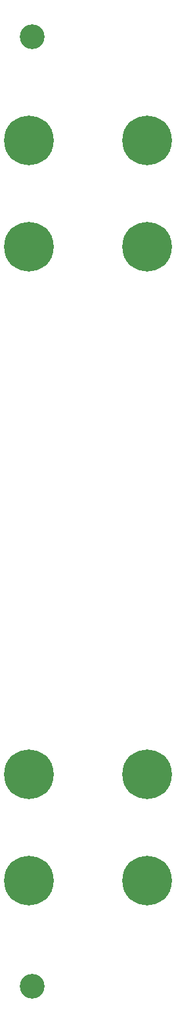
<source format=gbr>
%TF.GenerationSoftware,KiCad,Pcbnew,(6.0.5)*%
%TF.CreationDate,2022-06-26T10:57:07+02:00*%
%TF.ProjectId,eurorack-pmod-panel,6575726f-7261-4636-9b2d-706d6f642d70,rev?*%
%TF.SameCoordinates,Original*%
%TF.FileFunction,Soldermask,Bot*%
%TF.FilePolarity,Negative*%
%FSLAX46Y46*%
G04 Gerber Fmt 4.6, Leading zero omitted, Abs format (unit mm)*
G04 Created by KiCad (PCBNEW (6.0.5)) date 2022-06-26 10:57:07*
%MOMM*%
%LPD*%
G01*
G04 APERTURE LIST*
%ADD10C,6.400000*%
%ADD11C,3.200000*%
G04 APERTURE END LIST*
D10*
%TO.C,REF\u002A\u002A*%
X22352000Y-30078000D03*
%TD*%
%TO.C,REF\u002A\u002A*%
X7112000Y-98150000D03*
%TD*%
%TO.C,REF\u002A\u002A*%
X7107000Y-30078000D03*
%TD*%
%TO.C,REF\u002A\u002A*%
X7112000Y-16362000D03*
%TD*%
%TO.C,REF\u002A\u002A*%
X22357000Y-98150000D03*
%TD*%
D11*
%TO.C,REF\u002A\u002A*%
X7500000Y-125500000D03*
%TD*%
D10*
%TO.C,REF\u002A\u002A*%
X7107000Y-111866000D03*
%TD*%
%TO.C,REF\u002A\u002A*%
X22352000Y-111866000D03*
%TD*%
%TO.C,REF\u002A\u002A*%
X22357000Y-16362000D03*
%TD*%
D11*
%TO.C,REF\u002A\u002A*%
X7500000Y-3000000D03*
%TD*%
M02*

</source>
